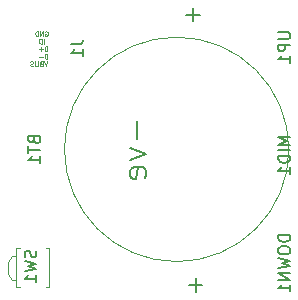
<source format=gbo>
G04 #@! TF.FileFunction,Legend,Bot*
%FSLAX46Y46*%
G04 Gerber Fmt 4.6, Leading zero omitted, Abs format (unit mm)*
G04 Created by KiCad (PCBNEW 4.0.5) date 04/27/18 19:00:17*
%MOMM*%
%LPD*%
G01*
G04 APERTURE LIST*
%ADD10C,0.100000*%
%ADD11C,0.120000*%
%ADD12C,0.150000*%
%ADD13C,0.080000*%
G04 APERTURE END LIST*
D10*
X124309579Y-71247000D02*
G75*
G03X124309579Y-71247000I-9501579J0D01*
G01*
D11*
X100516000Y-80780000D02*
X100896000Y-80280000D01*
X100896000Y-80280000D02*
X101216000Y-80280000D01*
X100516000Y-80780000D02*
X100516000Y-81780000D01*
X100516000Y-81780000D02*
X100896000Y-82280000D01*
X100896000Y-82280000D02*
X101216000Y-82280000D01*
X104016000Y-79630000D02*
X104016000Y-82930000D01*
X103716000Y-79630000D02*
X104016000Y-79630000D01*
X104016000Y-82930000D02*
X103716000Y-82930000D01*
X101516000Y-79630000D02*
X101216000Y-79630000D01*
X101216000Y-79630000D02*
X101216000Y-82930000D01*
X101216000Y-82930000D02*
X101516000Y-82930000D01*
D12*
X105878381Y-62341167D02*
X106592667Y-62341167D01*
X106735524Y-62293547D01*
X106830762Y-62198309D01*
X106878381Y-62055452D01*
X106878381Y-61960214D01*
X106878381Y-63341167D02*
X106878381Y-62769738D01*
X106878381Y-63055452D02*
X105878381Y-63055452D01*
X106021238Y-62960214D01*
X106116476Y-62864976D01*
X106164095Y-62769738D01*
D13*
X103682762Y-61268000D02*
X103720857Y-61248952D01*
X103778000Y-61248952D01*
X103835143Y-61268000D01*
X103873238Y-61306095D01*
X103892286Y-61344190D01*
X103911334Y-61420381D01*
X103911334Y-61477524D01*
X103892286Y-61553714D01*
X103873238Y-61591810D01*
X103835143Y-61629905D01*
X103778000Y-61648952D01*
X103739905Y-61648952D01*
X103682762Y-61629905D01*
X103663714Y-61610857D01*
X103663714Y-61477524D01*
X103739905Y-61477524D01*
X103492286Y-61648952D02*
X103492286Y-61248952D01*
X103263714Y-61648952D01*
X103263714Y-61248952D01*
X103073238Y-61648952D02*
X103073238Y-61248952D01*
X102978000Y-61248952D01*
X102920857Y-61268000D01*
X102882762Y-61306095D01*
X102863714Y-61344190D01*
X102844666Y-61420381D01*
X102844666Y-61477524D01*
X102863714Y-61553714D01*
X102882762Y-61591810D01*
X102920857Y-61629905D01*
X102978000Y-61648952D01*
X103073238Y-61648952D01*
X103578000Y-62283952D02*
X103578000Y-61883952D01*
X103387524Y-62283952D02*
X103387524Y-61883952D01*
X103292286Y-61883952D01*
X103235143Y-61903000D01*
X103197048Y-61941095D01*
X103178000Y-61979190D01*
X103158952Y-62055381D01*
X103158952Y-62112524D01*
X103178000Y-62188714D01*
X103197048Y-62226810D01*
X103235143Y-62264905D01*
X103292286Y-62283952D01*
X103387524Y-62283952D01*
X103857381Y-62918952D02*
X103857381Y-62518952D01*
X103762143Y-62518952D01*
X103705000Y-62538000D01*
X103666905Y-62576095D01*
X103647857Y-62614190D01*
X103628809Y-62690381D01*
X103628809Y-62747524D01*
X103647857Y-62823714D01*
X103666905Y-62861810D01*
X103705000Y-62899905D01*
X103762143Y-62918952D01*
X103857381Y-62918952D01*
X103457381Y-62766571D02*
X103152619Y-62766571D01*
X103305000Y-62918952D02*
X103305000Y-62614190D01*
X103857381Y-63553952D02*
X103857381Y-63153952D01*
X103762143Y-63153952D01*
X103705000Y-63173000D01*
X103666905Y-63211095D01*
X103647857Y-63249190D01*
X103628809Y-63325381D01*
X103628809Y-63382524D01*
X103647857Y-63458714D01*
X103666905Y-63496810D01*
X103705000Y-63534905D01*
X103762143Y-63553952D01*
X103857381Y-63553952D01*
X103457381Y-63401571D02*
X103152619Y-63401571D01*
X103857333Y-63788952D02*
X103723999Y-64188952D01*
X103590666Y-63788952D01*
X103324000Y-63979429D02*
X103266857Y-63998476D01*
X103247809Y-64017524D01*
X103228761Y-64055619D01*
X103228761Y-64112762D01*
X103247809Y-64150857D01*
X103266857Y-64169905D01*
X103304952Y-64188952D01*
X103457333Y-64188952D01*
X103457333Y-63788952D01*
X103324000Y-63788952D01*
X103285904Y-63808000D01*
X103266857Y-63827048D01*
X103247809Y-63865143D01*
X103247809Y-63903238D01*
X103266857Y-63941333D01*
X103285904Y-63960381D01*
X103324000Y-63979429D01*
X103457333Y-63979429D01*
X103057333Y-63788952D02*
X103057333Y-64112762D01*
X103038285Y-64150857D01*
X103019238Y-64169905D01*
X102981142Y-64188952D01*
X102904952Y-64188952D01*
X102866857Y-64169905D01*
X102847809Y-64150857D01*
X102828761Y-64112762D01*
X102828761Y-63788952D01*
X102657333Y-64169905D02*
X102600190Y-64188952D01*
X102504952Y-64188952D01*
X102466856Y-64169905D01*
X102447809Y-64150857D01*
X102428761Y-64112762D01*
X102428761Y-64074667D01*
X102447809Y-64036571D01*
X102466856Y-64017524D01*
X102504952Y-63998476D01*
X102581142Y-63979429D01*
X102619237Y-63960381D01*
X102638285Y-63941333D01*
X102657333Y-63903238D01*
X102657333Y-63865143D01*
X102638285Y-63827048D01*
X102619237Y-63808000D01*
X102581142Y-63788952D01*
X102485904Y-63788952D01*
X102428761Y-63808000D01*
D12*
X102736571Y-70461286D02*
X102784190Y-70604143D01*
X102831810Y-70651762D01*
X102927048Y-70699381D01*
X103069905Y-70699381D01*
X103165143Y-70651762D01*
X103212762Y-70604143D01*
X103260381Y-70508905D01*
X103260381Y-70127952D01*
X102260381Y-70127952D01*
X102260381Y-70461286D01*
X102308000Y-70556524D01*
X102355619Y-70604143D01*
X102450857Y-70651762D01*
X102546095Y-70651762D01*
X102641333Y-70604143D01*
X102688952Y-70556524D01*
X102736571Y-70461286D01*
X102736571Y-70127952D01*
X102260381Y-70985095D02*
X102260381Y-71556524D01*
X103260381Y-71270809D02*
X102260381Y-71270809D01*
X103260381Y-72413667D02*
X103260381Y-71842238D01*
X103260381Y-72127952D02*
X102260381Y-72127952D01*
X102403238Y-72032714D01*
X102498476Y-71937476D01*
X102546095Y-71842238D01*
X111450857Y-68866047D02*
X111450857Y-70389857D01*
X110879429Y-71151761D02*
X112212762Y-71627952D01*
X110879429Y-72104142D01*
X112117524Y-73627952D02*
X112212762Y-73437476D01*
X112212762Y-73056524D01*
X112117524Y-72866047D01*
X111927048Y-72770809D01*
X111165143Y-72770809D01*
X110974667Y-72866047D01*
X110879429Y-73056524D01*
X110879429Y-73437476D01*
X110974667Y-73627952D01*
X111165143Y-73723190D01*
X111355619Y-73723190D01*
X111546095Y-72770809D01*
X116415143Y-82175572D02*
X116415143Y-83318429D01*
X116986571Y-82747000D02*
X115843714Y-82747000D01*
X116215143Y-59275572D02*
X116215143Y-60418429D01*
X116786571Y-59847000D02*
X115643714Y-59847000D01*
X102893762Y-79819667D02*
X102941381Y-79962524D01*
X102941381Y-80200620D01*
X102893762Y-80295858D01*
X102846143Y-80343477D01*
X102750905Y-80391096D01*
X102655667Y-80391096D01*
X102560429Y-80343477D01*
X102512810Y-80295858D01*
X102465190Y-80200620D01*
X102417571Y-80010143D01*
X102369952Y-79914905D01*
X102322333Y-79867286D01*
X102227095Y-79819667D01*
X102131857Y-79819667D01*
X102036619Y-79867286D01*
X101989000Y-79914905D01*
X101941381Y-80010143D01*
X101941381Y-80248239D01*
X101989000Y-80391096D01*
X101941381Y-80724429D02*
X102941381Y-80962524D01*
X102227095Y-81153001D01*
X102941381Y-81343477D01*
X101941381Y-81581572D01*
X102941381Y-82486334D02*
X102941381Y-81914905D01*
X102941381Y-82200619D02*
X101941381Y-82200619D01*
X102084238Y-82105381D01*
X102179476Y-82010143D01*
X102227095Y-81914905D01*
X124418381Y-78514857D02*
X123418381Y-78514857D01*
X123418381Y-78752952D01*
X123466000Y-78895810D01*
X123561238Y-78991048D01*
X123656476Y-79038667D01*
X123846952Y-79086286D01*
X123989810Y-79086286D01*
X124180286Y-79038667D01*
X124275524Y-78991048D01*
X124370762Y-78895810D01*
X124418381Y-78752952D01*
X124418381Y-78514857D01*
X123418381Y-79705333D02*
X123418381Y-79895810D01*
X123466000Y-79991048D01*
X123561238Y-80086286D01*
X123751714Y-80133905D01*
X124085048Y-80133905D01*
X124275524Y-80086286D01*
X124370762Y-79991048D01*
X124418381Y-79895810D01*
X124418381Y-79705333D01*
X124370762Y-79610095D01*
X124275524Y-79514857D01*
X124085048Y-79467238D01*
X123751714Y-79467238D01*
X123561238Y-79514857D01*
X123466000Y-79610095D01*
X123418381Y-79705333D01*
X123418381Y-80467238D02*
X124418381Y-80705333D01*
X123704095Y-80895810D01*
X124418381Y-81086286D01*
X123418381Y-81324381D01*
X124418381Y-81705333D02*
X123418381Y-81705333D01*
X124418381Y-82276762D01*
X123418381Y-82276762D01*
X124418381Y-83276762D02*
X124418381Y-82705333D01*
X124418381Y-82991047D02*
X123418381Y-82991047D01*
X123561238Y-82895809D01*
X123656476Y-82800571D01*
X123704095Y-82705333D01*
X124418381Y-70180381D02*
X123418381Y-70180381D01*
X124132667Y-70513715D01*
X123418381Y-70847048D01*
X124418381Y-70847048D01*
X124418381Y-71323238D02*
X123418381Y-71323238D01*
X124418381Y-71799428D02*
X123418381Y-71799428D01*
X123418381Y-72037523D01*
X123466000Y-72180381D01*
X123561238Y-72275619D01*
X123656476Y-72323238D01*
X123846952Y-72370857D01*
X123989810Y-72370857D01*
X124180286Y-72323238D01*
X124275524Y-72275619D01*
X124370762Y-72180381D01*
X124418381Y-72037523D01*
X124418381Y-71799428D01*
X124418381Y-73323238D02*
X124418381Y-72751809D01*
X124418381Y-73037523D02*
X123418381Y-73037523D01*
X123561238Y-72942285D01*
X123656476Y-72847047D01*
X123704095Y-72751809D01*
X123418381Y-61322095D02*
X124227905Y-61322095D01*
X124323143Y-61369714D01*
X124370762Y-61417333D01*
X124418381Y-61512571D01*
X124418381Y-61703048D01*
X124370762Y-61798286D01*
X124323143Y-61845905D01*
X124227905Y-61893524D01*
X123418381Y-61893524D01*
X124418381Y-62369714D02*
X123418381Y-62369714D01*
X123418381Y-62750667D01*
X123466000Y-62845905D01*
X123513619Y-62893524D01*
X123608857Y-62941143D01*
X123751714Y-62941143D01*
X123846952Y-62893524D01*
X123894571Y-62845905D01*
X123942190Y-62750667D01*
X123942190Y-62369714D01*
X124418381Y-63893524D02*
X124418381Y-63322095D01*
X124418381Y-63607809D02*
X123418381Y-63607809D01*
X123561238Y-63512571D01*
X123656476Y-63417333D01*
X123704095Y-63322095D01*
M02*

</source>
